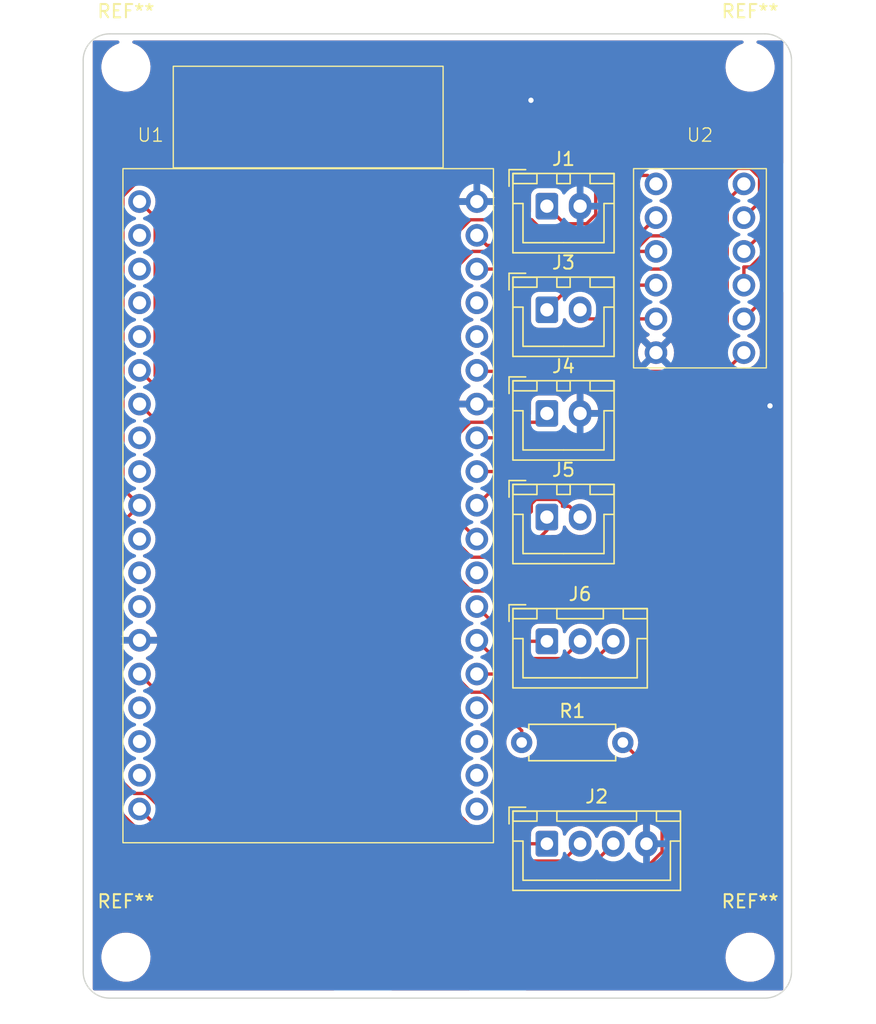
<source format=kicad_pcb>
(kicad_pcb (version 20221018) (generator pcbnew)
  (layers (0 "F.Cu" signal) (31 "B.Cu" signal) (34 "B.Paste" user) (35 "F.Paste" user) (36 "B.SilkS" user "B.Silkscreen") (37 "F.SilkS" user "F.Silkscreen") (38 "B.Mask" user) (39 "F.Mask" user) (44 "Edge.Cuts" user))
  (net 0 "")
  (net 1 "Net-(J1-Pin_1)")
  (net 2 "SCL")
  (net 3 "SDA")
  (net 4 "3.3V-1")
  (net 5 "Net-(J3-Pin_1)")
  (net 6 "Net-(J3-Pin_2)")
  (net 7 "Net-(J5-Pin_1)")
  (net 8 "Net-(J5-Pin_2)")
  (net 9 "Net-(U1-3V3)")
  (net 22 "+6V")
  (net 27 "3.3V-2")
  (net 28 "BIN2")
  (net 29 "BIN1")
  (net 30 "AIN2")
  (net 33 "AIN1")
  (net 34 "MODE")
  (net 35 "Net-(J4-Pin_1)")
  (net 36 "Net-(J6-Pin_1)")
  (net 37 "Net-(J6-Pin_2)")
  (net 38 "Net-(J6-Pin_3)")
  (net 40 "GND")
  (footprint "Connector_JST:JST_XH_B2B-XH-A_1x02_P2.50mm_Vertical" (layer "F.Cu") (at 179.7 92.07)
    (fp_text reference "J4" (at 1.25 -3.55) (layer "F.SilkS"))
    (fp_text value "Conn_01x02")
    (fp_line (start -2.85 -2.75) (end -2.85 -1.5) (stroke (width 0.12)) (layer "F.SilkS"))
    (fp_line (start -2.56 -2.46) (end -2.56 3.51) (stroke (width 0.12)) (layer "F.SilkS"))
    (fp_line (start -2.56 3.51) (end 5.06 3.51) (stroke (width 0.12)) (layer "F.SilkS"))
    (fp_line (start -2.55 -2.45) (end -2.55 -1.7) (stroke (width 0.12)) (layer "F.SilkS"))
    (fp_line (start -2.55 -1.7) (end -0.75 -1.7) (stroke (width 0.12)) (layer "F.SilkS"))
    (fp_line (start -2.55 -0.2) (end -1.8 -0.2) (stroke (width 0.12)) (layer "F.SilkS"))
    (fp_line (start -1.8 -0.2) (end -1.8 2.75) (stroke (width 0.12)) (layer "F.SilkS"))
    (fp_line (start -1.8 2.75) (end 1.25 2.75) (stroke (width 0.12)) (layer "F.SilkS"))
    (fp_line (start -1.6 -2.75) (end -2.85 -2.75) (stroke (width 0.12)) (layer "F.SilkS"))
    (fp_line (start -0.75 -2.45) (end -2.55 -2.45) (stroke (width 0.12)) (layer "F.SilkS"))
    (fp_line (start -0.75 -1.7) (end -0.75 -2.45) (stroke (width 0.12)) (layer "F.SilkS"))
    (fp_line (start 0.75 -2.45) (end 0.75 -1.7) (stroke (width 0.12)) (layer "F.SilkS"))
    (fp_line (start 0.75 -1.7) (end 1.75 -1.7) (stroke (width 0.12)) (layer "F.SilkS"))
    (fp_line (start 1.75 -2.45) (end 0.75 -2.45) (stroke (width 0.12)) (layer "F.SilkS"))
    (fp_line (start 1.75 -1.7) (end 1.75 -2.45) (stroke (width 0.12)) (layer "F.SilkS"))
    (fp_line (start 3.25 -2.45) (end 3.25 -1.7) (stroke (width 0.12)) (layer "F.SilkS"))
    (fp_line (start 3.25 -1.7) (end 5.05 -1.7) (stroke (width 0.12)) (layer "F.SilkS"))
    (fp_line (start 4.3 -0.2) (end 4.3 2.75) (stroke (width 0.12)) (layer "F.SilkS"))
    (fp_line (start 4.3 2.75) (end 1.25 2.75) (stroke (width 0.12)) (layer "F.SilkS"))
    (fp_line (start 5.05 -2.45) (end 3.25 -2.45) (stroke (width 0.12)) (layer "F.SilkS"))
    (fp_line (start 5.05 -1.7) (end 5.05 -2.45) (stroke (width 0.12)) (layer "F.SilkS"))
    (fp_line (start 5.05 -0.2) (end 4.3 -0.2) (stroke (width 0.12)) (layer "F.SilkS"))
    (fp_line (start 5.06 -2.46) (end -2.56 -2.46) (stroke (width 0.12)) (layer "F.SilkS"))
    (fp_line (start 5.06 3.51) (end 5.06 -2.46) (stroke (width 0.12)) (layer "F.SilkS"))
    (pad "1" thru_hole roundrect (at 0 0) (size 1.7 2) (drill 1) (layers "*.Cu" "*.Mask") (roundrect_rratio 0.147059) (net 35 "Net-(J4-Pin_1)"))
    (pad "2" thru_hole oval (at 2.5 0) (size 1.7 2) (drill 1) (layers "*.Cu" "*.Mask") (net 40 "GND"))
  )
  (footprint "Connector_JST:JST_XH_B2B-XH-A_1x02_P2.50mm_Vertical" (layer "F.Cu") (at 179.7 76.47)
    (fp_text reference "J1" (at 1.25 -3.55) (layer "F.SilkS"))
    (fp_text value "Conn_01x02")
    (fp_line (start -2.85 -2.75) (end -2.85 -1.5) (stroke (width 0.12)) (layer "F.SilkS"))
    (fp_line (start -2.56 -2.46) (end -2.56 3.51) (stroke (width 0.12)) (layer "F.SilkS"))
    (fp_line (start -2.56 3.51) (end 5.06 3.51) (stroke (width 0.12)) (layer "F.SilkS"))
    (fp_line (start -2.55 -2.45) (end -2.55 -1.7) (stroke (width 0.12)) (layer "F.SilkS"))
    (fp_line (start -2.55 -1.7) (end -0.75 -1.7) (stroke (width 0.12)) (layer "F.SilkS"))
    (fp_line (start -2.55 -0.2) (end -1.8 -0.2) (stroke (width 0.12)) (layer "F.SilkS"))
    (fp_line (start -1.8 -0.2) (end -1.8 2.75) (stroke (width 0.12)) (layer "F.SilkS"))
    (fp_line (start -1.8 2.75) (end 1.25 2.75) (stroke (width 0.12)) (layer "F.SilkS"))
    (fp_line (start -1.6 -2.75) (end -2.85 -2.75) (stroke (width 0.12)) (layer "F.SilkS"))
    (fp_line (start -0.75 -2.45) (end -2.55 -2.45) (stroke (width 0.12)) (layer "F.SilkS"))
    (fp_line (start -0.75 -1.7) (end -0.75 -2.45) (stroke (width 0.12)) (layer "F.SilkS"))
    (fp_line (start 0.75 -2.45) (end 0.75 -1.7) (stroke (width 0.12)) (layer "F.SilkS"))
    (fp_line (start 0.75 -1.7) (end 1.75 -1.7) (stroke (width 0.12)) (layer "F.SilkS"))
    (fp_line (start 1.75 -2.45) (end 0.75 -2.45) (stroke (width 0.12)) (layer "F.SilkS"))
    (fp_line (start 1.75 -1.7) (end 1.75 -2.45) (stroke (width 0.12)) (layer "F.SilkS"))
    (fp_line (start 3.25 -2.45) (end 3.25 -1.7) (stroke (width 0.12)) (layer "F.SilkS"))
    (fp_line (start 3.25 -1.7) (end 5.05 -1.7) (stroke (width 0.12)) (layer "F.SilkS"))
    (fp_line (start 4.3 -0.2) (end 4.3 2.75) (stroke (width 0.12)) (layer "F.SilkS"))
    (fp_line (start 4.3 2.75) (end 1.25 2.75) (stroke (width 0.12)) (layer "F.SilkS"))
    (fp_line (start 5.05 -2.45) (end 3.25 -2.45) (stroke (width 0.12)) (layer "F.SilkS"))
    (fp_line (start 5.05 -1.7) (end 5.05 -2.45) (stroke (width 0.12)) (layer "F.SilkS"))
    (fp_line (start 5.05 -0.2) (end 4.3 -0.2) (stroke (width 0.12)) (layer "F.SilkS"))
    (fp_line (start 5.06 -2.46) (end -2.56 -2.46) (stroke (width 0.12)) (layer "F.SilkS"))
    (fp_line (start 5.06 3.51) (end 5.06 -2.46) (stroke (width 0.12)) (layer "F.SilkS"))
    (pad "1" thru_hole roundrect (at 0 0) (size 1.7 2) (drill 1) (layers "*.Cu" "*.Mask") (roundrect_rratio 0.147059) (net 1 "Net-(J1-Pin_1)"))
    (pad "2" thru_hole oval (at 2.5 0) (size 1.7 2) (drill 1) (layers "*.Cu" "*.Mask") (net 40 "GND"))
  )
  (footprint "mori:ESP32" (layer "F.Cu") (at 161.725 121.845)
    (fp_text reference "U1" (at -11.865 -50.725 unlocked) (layer "F.SilkS") (effects (font (thickness 0.1))))
    (fp_text value "~")
    (fp_rect (start -13.95 -48.2) (end 13.95 2.54) (stroke (width 0.1)) (fill none) (layer "F.SilkS"))
    (fp_rect (start -10.16 -55.9054) (end 10.16 -48.26) (stroke (width 0.1)) (fill none) (layer "F.SilkS"))
    (pad "1" thru_hole oval (at -12.7 -45.72) (size 1.7 1.7) (drill 1) (layers "*.Cu" "*.Mask") (net 9 "Net-(U1-3V3)"))
    (pad "2" thru_hole oval (at -12.7 -43.18) (size 1.7 1.7) (drill 1) (layers "*.Cu" "*.Mask"))
    (pad "3" thru_hole oval (at -12.7 -40.64) (size 1.7 1.7) (drill 1) (layers "*.Cu" "*.Mask"))
    (pad "4" thru_hole oval (at -12.7 -38.1) (size 1.7 1.7) (drill 1) (layers "*.Cu" "*.Mask"))
    (pad "5" thru_hole oval (at -12.7 -35.56) (size 1.7 1.7) (drill 1) (layers "*.Cu" "*.Mask"))
    (pad "6" thru_hole oval (at -12.7 -33.02) (size 1.7 1.7) (drill 1) (layers "*.Cu" "*.Mask") (net 2 "SCL"))
    (pad "7" thru_hole oval (at -12.7 -30.48) (size 1.7 1.7) (drill 1) (layers "*.Cu" "*.Mask") (net 3 "SDA"))
    (pad "8" thru_hole oval (at -12.7 -27.94) (size 1.7 1.7) (drill 1) (layers "*.Cu" "*.Mask"))
    (pad "9" thru_hole oval (at -12.7 -25.4) (size 1.7 1.7) (drill 1) (layers "*.Cu" "*.Mask"))
    (pad "10" thru_hole oval (at -12.7 -22.86) (size 1.7 1.7) (drill 1) (layers "*.Cu" "*.Mask") (net 1 "Net-(J1-Pin_1)"))
    (pad "11" thru_hole oval (at -12.7 -20.32) (size 1.7 1.7) (drill 1) (layers "*.Cu" "*.Mask"))
    (pad "12" thru_hole oval (at -12.7 -17.78) (size 1.7 1.7) (drill 1) (layers "*.Cu" "*.Mask"))
    (pad "13" thru_hole oval (at -12.7 -15.24) (size 1.7 1.7) (drill 1) (layers "*.Cu" "*.Mask"))
    (pad "14" thru_hole oval (at -12.7 -12.7) (size 1.7 1.7) (drill 1) (layers "*.Cu" "*.Mask") (net 40 "GND"))
    (pad "15" thru_hole oval (at -12.7 -10.16) (size 1.7 1.7) (drill 1) (layers "*.Cu" "*.Mask") (net 4 "3.3V-1"))
    (pad "16" thru_hole oval (at -12.7 -7.62) (size 1.7 1.7) (drill 1) (layers "*.Cu" "*.Mask"))
    (pad "17" thru_hole oval (at -12.7 -5.08) (size 1.7 1.7) (drill 1) (layers "*.Cu" "*.Mask"))
    (pad "18" thru_hole oval (at -12.7 -2.54) (size 1.7 1.7) (drill 1) (layers "*.Cu" "*.Mask"))
    (pad "19" thru_hole oval (at -12.7 0) (size 1.7 1.7) (drill 1) (layers "*.Cu" "*.Mask") (net 22 "+6V"))
    (pad "20" thru_hole oval (at 12.7 0) (size 1.7 1.7) (drill 1) (layers "*.Cu" "*.Mask"))
    (pad "21" thru_hole oval (at 12.7 -2.54) (size 1.7 1.7) (drill 1) (layers "*.Cu" "*.Mask"))
    (pad "22" thru_hole oval (at 12.7 -5.08) (size 1.7 1.7) (drill 1) (layers "*.Cu" "*.Mask"))
    (pad "23" thru_hole oval (at 12.7 -7.62) (size 1.7 1.7) (drill 1) (layers "*.Cu" "*.Mask"))
    (pad "24" thru_hole oval (at 12.7 -10.16) (size 1.7 1.7) (drill 1) (layers "*.Cu" "*.Mask") (net 38 "Net-(J6-Pin_3)"))
    (pad "25" thru_hole oval (at 12.7 -12.7) (size 1.7 1.7) (drill 1) (layers "*.Cu" "*.Mask") (net 37 "Net-(J6-Pin_2)"))
    (pad "26" thru_hole oval (at 12.7 -15.24) (size 1.7 1.7) (drill 1) (layers "*.Cu" "*.Mask") (net 36 "Net-(J6-Pin_1)"))
    (pad "27" thru_hole oval (at 12.7 -17.78) (size 1.7 1.7) (drill 1) (layers "*.Cu" "*.Mask"))
    (pad "28" thru_hole oval (at 12.7 -20.32) (size 1.7 1.7) (drill 1) (layers "*.Cu" "*.Mask") (net 35 "Net-(J4-Pin_1)"))
    (pad "29" thru_hole oval (at 12.7 -22.86) (size 1.7 1.7) (drill 1) (layers "*.Cu" "*.Mask") (net 27 "3.3V-2"))
    (pad "30" thru_hole oval (at 12.7 -25.4) (size 1.7 1.7) (drill 1) (layers "*.Cu" "*.Mask") (net 28 "BIN2"))
    (pad "31" thru_hole oval (at 12.7 -27.94) (size 1.7 1.7) (drill 1) (layers "*.Cu" "*.Mask") (net 29 "BIN1"))
    (pad "32" thru_hole oval (at 12.7 -30.48) (size 1.7 1.7) (drill 1) (layers "*.Cu" "*.Mask") (net 40 "GND"))
    (pad "33" thru_hole oval (at 12.7 -33.02) (size 1.7 1.7) (drill 1) (layers "*.Cu" "*.Mask") (net 30 "AIN2"))
    (pad "34" thru_hole oval (at 12.7 -35.56) (size 1.7 1.7) (drill 1) (layers "*.Cu" "*.Mask"))
    (pad "35" thru_hole oval (at 12.7 -38.1) (size 1.7 1.7) (drill 1) (layers "*.Cu" "*.Mask"))
    (pad "36" thru_hole oval (at 12.7 -40.64) (size 1.7 1.7) (drill 1) (layers "*.Cu" "*.Mask") (net 33 "AIN1"))
    (pad "37" thru_hole oval (at 12.7 -43.18) (size 1.7 1.7) (drill 1) (layers "*.Cu" "*.Mask") (net 34 "MODE"))
    (pad "38" thru_hole oval (at 12.7 -45.72) (size 1.7 1.7) (drill 1) (layers "*.Cu" "*.Mask") (net 40 "GND"))
  )
  (footprint "Connector_JST:JST_XH_B2B-XH-A_1x02_P2.50mm_Vertical" (layer "F.Cu") (at 179.7 99.87)
    (fp_text reference "J5" (at 1.25 -3.55) (layer "F.SilkS"))
    (fp_text value "Conn_01x02")
    (fp_line (start -2.85 -2.75) (end -2.85 -1.5) (stroke (width 0.12)) (layer "F.SilkS"))
    (fp_line (start -2.56 -2.46) (end -2.56 3.51) (stroke (width 0.12)) (layer "F.SilkS"))
    (fp_line (start -2.56 3.51) (end 5.06 3.51) (stroke (width 0.12)) (layer "F.SilkS"))
    (fp_line (start -2.55 -2.45) (end -2.55 -1.7) (stroke (width 0.12)) (layer "F.SilkS"))
    (fp_line (start -2.55 -1.7) (end -0.75 -1.7) (stroke (width 0.12)) (layer "F.SilkS"))
    (fp_line (start -2.55 -0.2) (end -1.8 -0.2) (stroke (width 0.12)) (layer "F.SilkS"))
    (fp_line (start -1.8 -0.2) (end -1.8 2.75) (stroke (width 0.12)) (layer "F.SilkS"))
    (fp_line (start -1.8 2.75) (end 1.25 2.75) (stroke (width 0.12)) (layer "F.SilkS"))
    (fp_line (start -1.6 -2.75) (end -2.85 -2.75) (stroke (width 0.12)) (layer "F.SilkS"))
    (fp_line (start -0.75 -2.45) (end -2.55 -2.45) (stroke (width 0.12)) (layer "F.SilkS"))
    (fp_line (start -0.75 -1.7) (end -0.75 -2.45) (stroke (width 0.12)) (layer "F.SilkS"))
    (fp_line (start 0.75 -2.45) (end 0.75 -1.7) (stroke (width 0.12)) (layer "F.SilkS"))
    (fp_line (start 0.75 -1.7) (end 1.75 -1.7) (stroke (width 0.12)) (layer "F.SilkS"))
    (fp_line (start 1.75 -2.45) (end 0.75 -2.45) (stroke (width 0.12)) (layer "F.SilkS"))
    (fp_line (start 1.75 -1.7) (end 1.75 -2.45) (stroke (width 0.12)) (layer "F.SilkS"))
    (fp_line (start 3.25 -2.45) (end 3.25 -1.7) (stroke (width 0.12)) (layer "F.SilkS"))
    (fp_line (start 3.25 -1.7) (end 5.05 -1.7) (stroke (width 0.12)) (layer "F.SilkS"))
    (fp_line (start 4.3 -0.2) (end 4.3 2.75) (stroke (width 0.12)) (layer "F.SilkS"))
    (fp_line (start 4.3 2.75) (end 1.25 2.75) (stroke (width 0.12)) (layer "F.SilkS"))
    (fp_line (start 5.05 -2.45) (end 3.25 -2.45) (stroke (width 0.12)) (layer "F.SilkS"))
    (fp_line (start 5.05 -1.7) (end 5.05 -2.45) (stroke (width 0.12)) (layer "F.SilkS"))
    (fp_line (start 5.05 -0.2) (end 4.3 -0.2) (stroke (width 0.12)) (layer "F.SilkS"))
    (fp_line (start 5.06 -2.46) (end -2.56 -2.46) (stroke (width 0.12)) (layer "F.SilkS"))
    (fp_line (start 5.06 3.51) (end 5.06 -2.46) (stroke (width 0.12)) (layer "F.SilkS"))
    (pad "1" thru_hole roundrect (at 0 0) (size 1.7 2) (drill 1) (layers "*.Cu" "*.Mask") (roundrect_rratio 0.147059) (net 7 "Net-(J5-Pin_1)"))
    (pad "2" thru_hole oval (at 2.5 0) (size 1.7 2) (drill 1) (layers "*.Cu" "*.Mask") (net 8 "Net-(J5-Pin_2)"))
  )
  (footprint "MountingHole:MountingHole_3.2mm_M3" (layer "F.Cu") (at 195 66)
    (fp_text reference "REF**" (at 0 -4.2) (layer "F.SilkS"))
    (fp_text value "MountingHole_3.2mm_M3")
    (pad "" np_thru_hole circle (at 0 0) (size 3.2 3.2) (drill 3.2) (layers "F&B.Cu" "*.Mask"))
  )
  (footprint "Connector_JST:JST_XH_B2B-XH-A_1x02_P2.50mm_Vertical" (layer "F.Cu") (at 179.7 84.27)
    (fp_text reference "J3" (at 1.25 -3.55) (layer "F.SilkS"))
    (fp_text value "Conn_01x02" hide)
    (fp_line (start -2.85 -2.75) (end -2.85 -1.5) (stroke (width 0.12)) (layer "F.SilkS"))
    (fp_line (start -2.56 -2.46) (end -2.56 3.51) (stroke (width 0.12)) (layer "F.SilkS"))
    (fp_line (start -2.56 3.51) (end 5.06 3.51) (stroke (width 0.12)) (layer "F.SilkS"))
    (fp_line (start -2.55 -2.45) (end -2.55 -1.7) (stroke (width 0.12)) (layer "F.SilkS"))
    (fp_line (start -2.55 -1.7) (end -0.75 -1.7) (stroke (width 0.12)) (layer "F.SilkS"))
    (fp_line (start -2.55 -0.2) (end -1.8 -0.2) (stroke (width 0.12)) (layer "F.SilkS"))
    (fp_line (start -1.8 -0.2) (end -1.8 2.75) (stroke (width 0.12)) (layer "F.SilkS"))
    (fp_line (start -1.8 2.75) (end 1.25 2.75) (stroke (width 0.12)) (layer "F.SilkS"))
    (fp_line (start -1.6 -2.75) (end -2.85 -2.75) (stroke (width 0.12)) (layer "F.SilkS"))
    (fp_line (start -0.75 -2.45) (end -2.55 -2.45) (stroke (width 0.12)) (layer "F.SilkS"))
    (fp_line (start -0.75 -1.7) (end -0.75 -2.45) (stroke (width 0.12)) (layer "F.SilkS"))
    (fp_line (start 0.75 -2.45) (end 0.75 -1.7) (stroke (width 0.12)) (layer "F.SilkS"))
    (fp_line (start 0.75 -1.7) (end 1.75 -1.7) (stroke (width 0.12)) (layer "F.SilkS"))
    (fp_line (start 1.75 -2.45) (end 0.75 -2.45) (stroke (width 0.12)) (layer "F.SilkS"))
    (fp_line (start 1.75 -1.7) (end 1.75 -2.45) (stroke (width 0.12)) (layer "F.SilkS"))
    (fp_line (start 3.25 -2.45) (end 3.25 -1.7) (stroke (width 0.12)) (layer "F.SilkS"))
    (fp_line (start 3.25 -1.7) (end 5.05 -1.7) (stroke (width 0.12)) (layer "F.SilkS"))
    (fp_line (start 4.3 -0.2) (end 4.3 2.75) (stroke (width 0.12)) (layer "F.SilkS"))
    (fp_line (start 4.3 2.75) (end 1.25 2.75) (stroke (width 0.12)) (layer "F.SilkS"))
    (fp_line (start 5.05 -2.45) (end 3.25 -2.45) (stroke (width 0.12)) (layer "F.SilkS"))
    (fp_line (start 5.05 -1.7) (end 5.05 -2.45) (stroke (width 0.12)) (layer "F.SilkS"))
    (fp_line (start 5.05 -0.2) (end 4.3 -0.2) (stroke (width 0.12)) (layer "F.SilkS"))
    (fp_line (start 5.06 -2.46) (end -2.56 -2.46) (stroke (width 0.12)) (layer "F.SilkS"))
    (fp_line (start 5.06 3.51) (end 5.06 -2.46) (stroke (width 0.12)) (layer "F.SilkS"))
    (pad "1" thru_hole roundrect (at 0 0) (size 1.7 2) (drill 1) (layers "*.Cu" "*.Mask") (roundrect_rratio 0.147059) (net 5 "Net-(J3-Pin_1)"))
    (pad "2" thru_hole oval (at 2.5 0) (size 1.7 2) (drill 1) (layers "*.Cu" "*.Mask") (net 6 "Net-(J3-Pin_2)"))
  )
  (footprint "mori:DRV8835" (layer "F.Cu") (at 191.225 77.335)
    (fp_text reference "U2" (at 0 -6.215 unlocked) (layer "F.SilkS") (effects (font (thickness 0.1))))
    (fp_text value "DRV8835" hide)
    (fp_rect (start -5 11.31) (end 5 -3.69) (stroke (width 0.1)) (fill none) (layer "F.SilkS"))
    (pad "1" thru_hole circle (at -3.31 -2.54) (size 1.7 1.7) (drill 1) (layers "*.Cu" "*.Mask") (net 22 "+6V"))
    (pad "2" thru_hole circle (at -3.31 0) (size 1.7 1.7) (drill 1) (layers "*.Cu" "*.Mask") (net 7 "Net-(J5-Pin_1)"))
    (pad "3" thru_hole circle (at -3.31 2.54) (size 1.7 1.7) (drill 1) (layers "*.Cu" "*.Mask") (net 8 "Net-(J5-Pin_2)"))
    (pad "4" thru_hole circle (at -3.31 5.08) (size 1.7 1.7) (drill 1) (layers "*.Cu" "*.Mask") (net 5 "Net-(J3-Pin_1)"))
    (pad "5" thru_hole circle (at -3.31 7.62) (size 1.7 1.7) (drill 1) (layers "*.Cu" "*.Mask") (net 6 "Net-(J3-Pin_2)"))
    (pad "6" thru_hole circle (at -3.31 10.16) (size 1.7 1.7) (drill 1) (layers "*.Cu" "*.Mask") (net 40 "GND"))
    (pad "7" thru_hole circle (at 3.31 10.16) (size 1.7 1.7) (drill 1) (layers "*.Cu" "*.Mask") (net 27 "3.3V-2"))
    (pad "8" thru_hole circle (at 3.31 7.62) (size 1.7 1.7) (drill 1) (layers "*.Cu" "*.Mask") (net 34 "MODE"))
    (pad "9" thru_hole circle (at 3.31 5.08) (size 1.7 1.7) (drill 1) (layers "*.Cu" "*.Mask") (net 33 "AIN1"))
    (pad "10" thru_hole circle (at 3.31 2.54) (size 1.7 1.7) (drill 1) (layers "*.Cu" "*.Mask") (net 30 "AIN2"))
    (pad "11" thru_hole circle (at 3.31 0) (size 1.7 1.7) (drill 1) (layers "*.Cu" "*.Mask") (net 29 "BIN1"))
    (pad "12" thru_hole circle (at 3.31 -2.54) (size 1.7 1.7) (drill 1) (layers "*.Cu" "*.Mask") (net 28 "BIN2"))
  )
  (footprint "Connector_JST:JST_XH_B4B-XH-A_1x04_P2.50mm_Vertical" (layer "F.Cu") (at 179.7 124.46)
    (fp_text reference "J2" (at 3.75 -3.55) (layer "F.SilkS"))
    (fp_text value "Conn_01x04")
    (fp_line (start -2.85 -2.75) (end -2.85 -1.5) (stroke (width 0.12)) (layer "F.SilkS"))
    (fp_line (start -2.56 -2.46) (end -2.56 3.51) (stroke (width 0.12)) (layer "F.SilkS"))
    (fp_line (start -2.56 3.51) (end 10.06 3.51) (stroke (width 0.12)) (layer "F.SilkS"))
    (fp_line (start -2.55 -2.45) (end -2.55 -1.7) (stroke (width 0.12)) (layer "F.SilkS"))
    (fp_line (start -2.55 -1.7) (end -0.75 -1.7) (stroke (width 0.12)) (layer "F.SilkS"))
    (fp_line (start -2.55 -0.2) (end -1.8 -0.2) (stroke (width 0.12)) (layer "F.SilkS"))
    (fp_line (start -1.8 -0.2) (end -1.8 2.75) (stroke (width 0.12)) (layer "F.SilkS"))
    (fp_line (start -1.8 2.75) (end 3.75 2.75) (stroke (width 0.12)) (layer "F.SilkS"))
    (fp_line (start -1.6 -2.75) (end -2.85 -2.75) (stroke (width 0.12)) (layer "F.SilkS"))
    (fp_line (start -0.75 -2.45) (end -2.55 -2.45) (stroke (width 0.12)) (layer "F.SilkS"))
    (fp_line (start -0.75 -1.7) (end -0.75 -2.45) (stroke (width 0.12)) (layer "F.SilkS"))
    (fp_line (start 0.75 -2.45) (end 0.75 -1.7) (stroke (width 0.12)) (layer "F.SilkS"))
    (fp_line (start 0.75 -1.7) (end 6.75 -1.7) (stroke (width 0.12)) (layer "F.SilkS"))
    (fp_line (start 6.75 -2.45) (end 0.75 -2.45) (stroke (width 0.12)) (layer "F.SilkS"))
    (fp_line (start 6.75 -1.7) (end 6.75 -2.45) (stroke (width 0.12)) (layer "F.SilkS"))
    (fp_line (start 8.25 -2.45) (end 8.25 -1.7) (stroke (width 0.12)) (layer "F.SilkS"))
    (fp_line (start 8.25 -1.7) (end 10.05 -1.7) (stroke (width 0.12)) (layer "F.SilkS"))
    (fp_line (start 9.3 -0.2) (end 9.3 2.75) (stroke (width 0.12)) (layer "F.SilkS"))
    (fp_line (start 9.3 2.75) (end 3.75 2.75) (stroke (width 0.12)) (layer "F.SilkS"))
    (fp_line (start 10.05 -2.45) (end 8.25 -2.45) (stroke (width 0.12)) (layer "F.SilkS"))
    (fp_line (start 10.05 -1.7) (end 10.05 -2.45) (stroke (width 0.12)) (layer "F.SilkS"))
    (fp_line (start 10.05 -0.2) (end 9.3 -0.2) (stroke (width 0.12)) (layer "F.SilkS"))
    (fp_line (start 10.06 -2.46) (end -2.56 -2.46) (stroke (width 0.12)) (layer "F.SilkS"))
    (fp_line (start 10.06 3.51) (end 10.06 -2.46) (stroke (width 0.12)) (layer "F.SilkS"))
    (pad "1" thru_hole roundrect (at 0 0) (size 1.7 1.95) (drill 0.95) (layers "*.Cu" "*.Mask") (roundrect_rratio 0.147059) (net 2 "SCL"))
    (pad "2" thru_hole oval (at 2.5 0) (size 1.7 1.95) (drill 0.95) (layers "*.Cu" "*.Mask") (net 3 "SDA"))
    (pad "3" thru_hole oval (at 5 0) (size 1.7 1.95) (drill 0.95) (layers "*.Cu" "*.Mask") (net 4 "3.3V-1"))
    (pad "4" thru_hole oval (at 7.5 0) (size 1.7 1.95) (drill 0.95) (layers "*.Cu" "*.Mask") (net 40 "GND"))
  )
  (footprint "Connector_JST:JST_XH_B3B-XH-A_1x03_P2.50mm_Vertical" (layer "F.Cu") (at 179.7 109.22)
    (fp_text reference "J6" (at 2.5 -3.55) (layer "F.SilkS"))
    (fp_text value "Conn_01x03")
    (fp_line (start -2.85 -2.75) (end -2.85 -1.5) (stroke (width 0.12)) (layer "F.SilkS"))
    (fp_line (start -2.56 -2.46) (end -2.56 3.51) (stroke (width 0.12)) (layer "F.SilkS"))
    (fp_line (start -2.56 3.51) (end 7.56 3.51) (stroke (width 0.12)) (layer "F.SilkS"))
    (fp_line (start -2.55 -2.45) (end -2.55 -1.7) (stroke (width 0.12)) (layer "F.SilkS"))
    (fp_line (start -2.55 -1.7) (end -0.75 -1.7) (stroke (width 0.12)) (layer "F.SilkS"))
    (fp_line (start -2.55 -0.2) (end -1.8 -0.2) (stroke (width 0.12)) (layer "F.SilkS"))
    (fp_line (start -1.8 -0.2) (end -1.8 2.75) (stroke (width 0.12)) (layer "F.SilkS"))
    (fp_line (start -1.8 2.75) (end 2.5 2.75) (stroke (width 0.12)) (layer "F.SilkS"))
    (fp_line (start -1.6 -2.75) (end -2.85 -2.75) (stroke (width 0.12)) (layer "F.SilkS"))
    (fp_line (start -0.75 -2.45) (end -2.55 -2.45) (stroke (width 0.12)) (layer "F.SilkS"))
    (fp_line (start -0.75 -1.7) (end -0.75 -2.45) (stroke (width 0.12)) (layer "F.SilkS"))
    (fp_line (start 0.75 -2.45) (end 0.75 -1.7) (stroke (width 0.12)) (layer "F.SilkS"))
    (fp_line (start 0.75 -1.7) (end 4.25 -1.7) (stroke (width 0.12)) (layer "F.SilkS"))
    (fp_line (start 4.25 -2.45) (end 0.75 -2.45) (stroke (width 0.12)) (layer "F.SilkS"))
    (fp_line (start 4.25 -1.7) (end 4.25 -2.45) (stroke (width 0.12)) (layer "F.SilkS"))
    (fp_line (start 5.75 -2.45) (end 5.75 -1.7) (stroke (width 0.12)) (layer "F.SilkS"))
    (fp_line (start 5.75 -1.7) (end 7.55 -1.7) (stroke (width 0.12)) (layer "F.SilkS"))
    (fp_line (start 6.8 -0.2) (end 6.8 2.75) (stroke (width 0.12)) (layer "F.SilkS"))
    (fp_line (start 6.8 2.75) (end 2.5 2.75) (stroke (width 0.12)) (layer "F.SilkS"))
    (fp_line (start 7.55 -2.45) (end 5.75 -2.45) (stroke (width 0.12)) (layer "F.SilkS"))
    (fp_line (start 7.55 -1.7) (end 7.55 -2.45) (stroke (width 0.12)) (layer "F.SilkS"))
    (fp_line (start 7.55 -0.2) (end 6.8 -0.2) (stroke (width 0.12)) (layer "F.SilkS"))
    (fp_line (start 7.56 -2.46) (end -2.56 -2.46) (stroke (width 0.12)) (layer "F.SilkS"))
    (fp_line (start 7.56 3.51) (end 7.56 -2.46) (stroke (width 0.12)) (layer "F.SilkS"))
    (pad "1" thru_hole roundrect (at 0 0) (size 1.7 1.95) (drill 0.95) (layers "*.Cu" "*.Mask") (roundrect_rratio 0.147059) (net 36 "Net-(J6-Pin_1)"))
    (pad "2" thru_hole oval (at 2.5 0) (size 1.7 1.95) (drill 0.95) (layers "*.Cu" "*.Mask") (net 37 "Net-(J6-Pin_2)"))
    (pad "3" thru_hole oval (at 5 0) (size 1.7 1.95) (drill 0.95) (layers "*.Cu" "*.Mask") (net 38 "Net-(J6-Pin_3)"))
  )
  (footprint "MountingHole:MountingHole_3.2mm_M3" (layer "F.Cu") (at 148 133)
    (fp_text reference "REF**" (at 0 -4.2) (layer "F.SilkS"))
    (fp_text value "MountingHole_3.2mm_M3")
    (pad "" np_thru_hole circle (at 0 0) (size 3.2 3.2) (drill 3.2) (layers "F&B.Cu" "*.Mask"))
  )
  (footprint "MountingHole:MountingHole_3.2mm_M3" (layer "F.Cu") (at 195 133)
    (fp_text reference "REF**" (at 0 -4.2) (layer "F.SilkS"))
    (fp_text value "MountingHole_3.2mm_M3")
    (pad "" np_thru_hole circle (at 0 0) (size 3.2 3.2) (drill 3.2) (layers "F&B.Cu" "*.Mask"))
  )
  (footprint "Resistor_THT:R_Axial_DIN0207_L6.3mm_D2.5mm_P7.62mm_Horizontal" (layer "F.Cu") (at 177.8 116.84)
    (fp_text reference "R1" (at 3.81 -2.37) (layer "F.SilkS"))
    (fp_text value "10k")
    (fp_line (start 0.54 -1.37) (end 7.08 -1.37) (stroke (width 0.12)) (layer "F.SilkS"))
    (fp_line (start 0.54 -1.04) (end 0.54 -1.37) (stroke (width 0.12)) (layer "F.SilkS"))
    (fp_line (start 0.54 1.04) (end 0.54 1.37) (stroke (width 0.12)) (layer "F.SilkS"))
    (fp_line (start 0.54 1.37) (end 7.08 1.37) (stroke (width 0.12)) (layer "F.SilkS"))
    (fp_line (start 7.08 -1.37) (end 7.08 -1.04) (stroke (width 0.12)) (layer "F.SilkS"))
    (fp_line (start 7.08 1.37) (end 7.08 1.04) (stroke (width 0.12)) (layer "F.SilkS"))
    (pad "1" thru_hole circle (at 0 0) (size 1.6 1.6) (drill 0.8) (layers "*.Cu" "*.Mask") (net 9 "Net-(U1-3V3)"))
    (pad "2" thru_hole oval (at 7.62 0) (size 1.6 1.6) (drill 0.8) (layers "*.Cu" "*.Mask") (net 1 "Net-(J1-Pin_1)"))
  )
  (footprint "MountingHole:MountingHole_3.2mm_M3" (layer "F.Cu") (at 148 66)
    (fp_text reference "REF**" (at 0 -4.2) (layer "F.SilkS"))
    (fp_text value "MountingHole_3.2mm_M3")
    (pad "" np_thru_hole circle (at 0 0) (size 3.2 3.2) (drill 3.2) (layers "*.Cu" "*.Mask"))
  )
  (gr_arc (start 144.78 65.5) (mid 145.365786 64.085786) (end 146.78 63.5) (stroke (width 0.1)) (layer "Edge.Cuts"))
  (gr_arc (start 198.12 134.08) (mid 197.534214 135.494214) (end 196.12 136.08) (stroke (width 0.1)) (layer "Edge.Cuts"))
  (gr_line (start 196.12 136.08) (end 146.78 136.08) (stroke (width 0.1)) (layer "Edge.Cuts"))
  (gr_arc (start 196.12 63.5) (mid 197.534214 64.085786) (end 198.12 65.5) (stroke (width 0.1)) (layer "Edge.Cuts"))
  (gr_line (start 144.78 134.08) (end 144.78 65.5) (stroke (width 0.1)) (layer "Edge.Cuts"))
  (gr_line (start 146.78 63.5) (end 196.12 63.5) (stroke (width 0.1)) (layer "Edge.Cuts"))
  (gr_arc (start 146.78 136.08) (mid 145.365786 135.494214) (end 144.78 134.08) (stroke (width 0.1)) (layer "Edge.Cuts"))
  (gr_line (start 198.12 65.5) (end 198.12 134.08) (stroke (width 0.1)) (layer "Edge.Cuts"))
  (segment (start 188.375 119.795) (end 188.375 125.071261) (width 0.25) (layer "F.Cu") (net 1))
  (segment (start 147.77 97.73) (end 149.025 98.985) (width 0.25) (layer "F.Cu") (net 1))
  (segment (start 147.77 75.719946) (end 147.77 97.73) (width 0.25) (layer "F.Cu") (net 1))
  (segment (start 148.884946 74.605) (end 147.77 75.719946) (width 0.25) (layer "F.Cu") (net 1))
  (segment (start 182.687508 77.793753) (end 183.375 77.106261) (width 0.25) (layer "F.Cu") (net 1))
  (segment (start 155.950054 127.11) (end 149.51471 120.674656) (width 0.25) (layer "F.Cu") (net 1))
  (segment (start 179.7 76.47) (end 181.023753 77.793753) (width 0.25) (layer "F.Cu") (net 1))
  (segment (start 149.51471 120.674656) (end 148.614656 120.674656) (width 0.25) (layer "F.Cu") (net 1))
  (segment (start 188.375 125.071261) (end 186.336261 127.11) (width 0.25) (layer "F.Cu") (net 1))
  (segment (start 147.4 119.46) (end 147.4 100.61) (width 0.25) (layer "F.Cu") (net 1))
  (segment (start 147.4 100.61) (end 149.025 98.985) (width 0.25) (layer "F.Cu") (net 1))
  (segment (start 185.42 116.84) (end 188.375 119.795) (width 0.25) (layer "F.Cu") (net 1))
  (segment (start 181.023753 77.793753) (end 182.687508 77.793753) (width 0.25) (layer "F.Cu") (net 1))
  (segment (start 183.375 74.605) (end 148.884946 74.605) (width 0.25) (layer "F.Cu") (net 1))
  (segment (start 148.614656 120.674656) (end 147.4 119.46) (width 0.25) (layer "F.Cu") (net 1))
  (segment (start 183.375 77.106261) (end 183.375 74.605) (width 0.25) (layer "F.Cu") (net 1))
  (segment (start 186.336261 127.11) (end 155.950054 127.11) (width 0.25) (layer "F.Cu") (net 1))
  (segment (start 179.7 124.46) (end 175.26 124.46) (width 0.25) (layer "F.Cu") (net 2))
  (segment (start 160.02 99.82) (end 149.025 88.825) (width 0.25) (layer "F.Cu") (net 2))
  (segment (start 160.02 109.22) (end 160.02 99.82) (width 0.25) (layer "F.Cu") (net 2))
  (segment (start 175.26 124.46) (end 160.02 109.22) (width 0.25) (layer "F.Cu") (net 2))
  (segment (start 182.2 124.46) (end 180.9 125.76) (width 0.25) (layer "F.Cu") (net 3))
  (segment (start 159.57 110.97) (end 159.57 101.91) (width 0.25) (layer "F.Cu") (net 3))
  (segment (start 180.9 125.76) (end 174.36 125.76) (width 0.25) (layer "F.Cu") (net 3))
  (segment (start 174.36 125.76) (end 159.57 110.97) (width 0.25) (layer "F.Cu") (net 3))
  (segment (start 159.57 101.91) (end 149.025 91.365) (width 0.25) (layer "F.Cu") (net 3))
  (segment (start 184.7 124.46) (end 182.95 126.21) (width 0.25) (layer "F.Cu") (net 4))
  (segment (start 182.95 126.21) (end 163.55 126.21) (width 0.25) (layer "F.Cu") (net 4))
  (segment (start 163.55 126.21) (end 149.025 111.685) (width 0.25) (layer "F.Cu") (net 4))
  (segment (start 181.555 82.415) (end 187.915 82.415) (width 0.25) (layer "F.Cu") (net 5))
  (segment (start 179.7 84.27) (end 181.555 82.415) (width 0.25) (layer "F.Cu") (net 5))
  (segment (start 182.885 84.955) (end 187.915 84.955) (width 0.25) (layer "F.Cu") (net 6))
  (segment (start 182.2 84.27) (end 182.885 84.955) (width 0.25) (layer "F.Cu") (net 6))
  (segment (start 179.7 100.87) (end 175.135344 105.434656) (width 0.25) (layer "F.Cu") (net 7))
  (segment (start 173.93529 77.494656) (end 178.561482 77.494656) (width 0.25) (layer "F.Cu") (net 7))
  (segment (start 174.014656 105.434656) (end 169.73 101.15) (width 0.25) (layer "F.Cu") (net 7))
  (segment (start 178.561482 77.494656) (end 180.041826 78.975) (width 0.25) (layer "F.Cu") (net 7))
  (segment (start 186.275 78.975) (end 187.915 77.335) (width 0.25) (layer "F.Cu") (net 7))
  (segment (start 169.73 81.699946) (end 173.93529 77.494656) (width 0.25) (layer "F.Cu") (net 7))
  (segment (start 180.041826 78.975) (end 186.275 78.975) (width 0.25) (layer "F.Cu") (net 7))
  (segment (start 169.73 101.15) (end 169.73 81.699946) (width 0.25) (layer "F.Cu") (net 7))
  (segment (start 179.7 99.87) (end 179.7 100.87) (width 0.25) (layer "F.Cu") (net 7))
  (segment (start 175.135344 105.434656) (end 174.014656 105.434656) (width 0.25) (layer "F.Cu") (net 7))
  (segment (start 170.18 83.789946) (end 174.094946 79.875) (width 0.25) (layer "F.Cu") (net 8))
  (segment (start 180.875 98.881826) (end 180.538174 98.545) (width 0.25) (layer "F.Cu") (net 8))
  (segment (start 170.18 99.06) (end 174.014656 102.894656) (width 0.25) (layer "F.Cu") (net 8))
  (segment (start 170.18 99.06) (end 170.18 83.789946) (width 0.25) (layer "F.Cu") (net 8))
  (segment (start 178.525 98.881826) (end 178.525 99.452514) (width 0.25) (layer "F.Cu") (net 8))
  (segment (start 174.094946 79.875) (end 187.915 79.875) (width 0.25) (layer "F.Cu") (net 8))
  (segment (start 174.014656 102.894656) (end 175.082858 102.894656) (width 0.25) (layer "F.Cu") (net 8))
  (segment (start 180.538174 98.545) (end 178.861826 98.545) (width 0.25) (layer "F.Cu") (net 8))
  (segment (start 182.2 99.87) (end 181.39 99.06) (width 0.25) (layer "F.Cu") (net 8))
  (segment (start 181.39 99.06) (end 180.875 99.06) (width 0.25) (layer "F.Cu") (net 8))
  (segment (start 178.861826 98.545) (end 178.525 98.881826) (width 0.25) (layer "F.Cu") (net 8))
  (segment (start 175.082858 102.894656) (end 178.525 99.452514) (width 0.25) (layer "F.Cu") (net 8))
  (segment (start 180.875 99.06) (end 180.875 98.881826) (width 0.25) (layer "F.Cu") (net 8))
  (segment (start 150.2 77.3) (end 149.025 76.125) (width 0.25) (layer "F.Cu") (net 9))
  (segment (start 174.014656 113.054656) (end 150.2 89.24) (width 0.25) (layer "F.Cu") (net 9))
  (segment (start 174.91471 113.054656) (end 174.014656 113.054656) (width 0.25) (layer "F.Cu") (net 9))
  (segment (start 150.2 89.24) (end 150.2 77.3) (width 0.25) (layer "F.Cu") (net 9))
  (segment (start 177.8 116.84) (end 177.8 115.939946) (width 0.25) (layer "F.Cu") (net 9))
  (segment (start 177.8 115.939946) (end 174.91471 113.054656) (width 0.25) (layer "F.Cu") (net 9))
  (segment (start 146.95 75.90355) (end 146.95 121.45) (width 0.25) (layer "F.Cu") (net 22))
  (segment (start 158.5 133) (end 160.18 133) (width 0.25) (layer "F.Cu") (net 22))
  (segment (start 160.18 133) (end 160.1 132.92) (width 0.25) (layer "F.Cu") (net 22))
  (segment (start 187.275 74.155) (end 148.69855 74.155) (width 0.25) (layer "F.Cu") (net 22))
  (segment (start 160.18 133) (end 149.025 121.845) (width 0.25) (layer "F.Cu") (net 22))
  (segment (start 165.84 133) (end 160.18 133) (width 0.25) (layer "F.Cu") (net 22))
  (segment (start 148.69855 74.155) (end 146.95 75.90355) (width 0.25) (layer "F.Cu") (net 22))
  (segment (start 187.915 74.795) (end 187.275 74.155) (width 0.25) (layer "F.Cu") (net 22))
  (segment (start 146.95 121.45) (end 158.5 133) (width 0.25) (layer "F.Cu") (net 22))
  (segment (start 188.596396 91.44) (end 183.141396 96.895) (width 0.25) (layer "F.Cu") (net 27))
  (segment (start 176.515 96.895) (end 174.425 98.985) (width 0.25) (layer "F.Cu") (net 27))
  (segment (start 183.141396 96.895) (end 176.515 96.895) (width 0.25) (layer "F.Cu") (net 27))
  (segment (start 194.535 87.495) (end 190.59 91.44) (width 0.25) (layer "F.Cu") (net 27))
  (segment (start 190.59 91.44) (end 188.596396 91.44) (width 0.25) (layer "F.Cu") (net 27))
  (segment (start 193.274656 76.055344) (end 193.274656 86.125344) (width 0.25) (layer "F.Cu") (net 28))
  (segment (start 193.274656 86.125344) (end 182.955 96.445) (width 0.25) (layer "F.Cu") (net 28))
  (segment (start 182.955 96.445) (end 174.425 96.445) (width 0.25) (layer "F.Cu") (net 28))
  (segment (start 194.535 74.795) (end 193.274656 76.055344) (width 0.25) (layer "F.Cu") (net 28))
  (segment (start 195.71 76.16) (end 195.71 74.309946) (width 0.25) (layer "F.Cu") (net 29))
  (segment (start 184.858604 93.905) (end 174.425 93.905) (width 0.25) (layer "F.Cu") (net 29))
  (segment (start 194.535 77.335) (end 195.71 76.16) (width 0.25) (layer "F.Cu") (net 29))
  (segment (start 194.04529 73.624656) (end 192.824656 74.84529) (width 0.25) (layer "F.Cu") (net 29))
  (segment (start 192.824656 74.84529) (end 192.824656 85.938948) (width 0.25) (layer "F.Cu") (net 29))
  (segment (start 195.02471 73.624656) (end 194.04529 73.624656) (width 0.25) (layer "F.Cu") (net 29))
  (segment (start 192.824656 85.938948) (end 184.858604 93.905) (width 0.25) (layer "F.Cu") (net 29))
  (segment (start 195.71 74.309946) (end 195.02471 73.624656) (width 0.25) (layer "F.Cu") (net 29))
  (segment (start 195.211106 73.174656) (end 193.525344 73.174656) (width 0.25) (layer "F.Cu") (net 30))
  (segment (start 193.525344 73.174656) (end 192.374656 74.325344) (width 0.25) (layer "F.Cu") (net 30))
  (segment (start 192.374656 74.325344) (end 192.374656 85.752552) (width 0.25) (layer "F.Cu") (net 30))
  (segment (start 196.16 78.25) (end 196.16 74.12355) (width 0.25) (layer "F.Cu") (net 30))
  (segment (start 174.5 88.9) (end 174.425 88.825) (width 0.25) (layer "F.Cu") (net 30))
  (segment (start 194.535 79.875) (end 196.16 78.25) (width 0.25) (layer "F.Cu") (net 30))
  (segment (start 189.227208 88.9) (end 174.5 88.9) (width 0.25) (layer "F.Cu") (net 30))
  (segment (start 196.16 74.12355) (end 195.211106 73.174656) (width 0.25) (layer "F.Cu") (net 30))
  (segment (start 192.374656 85.752552) (end 189.227208 88.9) (width 0.25) (layer "F.Cu") (net 30))
  (segment (start 194.535 82.415) (end 194.535 81.045344) (width 0.25) (layer "F.Cu") (net 33))
  (segment (start 195.397502 72.724656) (end 192.702552 72.724656) (width 0.25) (layer "F.Cu") (net 33))
  (segment (start 191.37 80.41) (end 190.575 81.205) (width 0.25) (layer "F.Cu") (net 33))
  (segment (start 192.702552 72.724656) (end 191.37 74.057208) (width 0.25) (layer "F.Cu") (net 33))
  (segment (start 190.575 81.205) (end 174.425 81.205) (width 0.25) (layer "F.Cu") (net 33))
  (segment (start 191.37 74.057208) (end 191.37 80.41) (width 0.25) (layer "F.Cu") (net 33))
  (segment (start 195.02471 81.045344) (end 196.61 79.460054) (width 0.25) (layer "F.Cu") (net 33))
  (segment (start 194.535 81.045344) (end 195.02471 81.045344) (width 0.25) (layer "F.Cu") (net 33))
  (segment (start 196.61 79.460054) (end 196.61 73.937154) (width 0.25) (layer "F.Cu") (net 33))
  (segment (start 196.61 73.937154) (end 195.397502 72.724656) (width 0.25) (layer "F.Cu") (net 33))
  (segment (start 175.185 79.425) (end 174.425 78.665) (width 0.25) (layer "F.Cu") (net 34))
  (segment (start 186.704946 79.425) (end 175.185 79.425) (width 0.25) (layer "F.Cu") (net 34))
  (segment (start 187.42529 78.704656) (end 186.704946 79.425) (width 0.25) (layer "F.Cu") (net 34))
  (segment (start 192.516156 72.274656) (end 190.92 73.870812) (width 0.25) (layer "F.Cu") (net 34))
  (segment (start 197.06 82.43) (end 197.06 73.750758) (width 0.25) (layer "F.Cu") (net 34))
  (segment (start 197.06 73.750758) (end 195.583898 72.274656) (width 0.25) (layer "F.Cu") (net 34))
  (segment (start 188.440054 78.74) (end 188.40471 78.704656) (width 0.25) (layer "F.Cu") (net 34))
  (segment (start 190.92 73.870812) (end 190.92 78.74) (width 0.25) (layer "F.Cu") (net 34))
  (segment (start 194.535 84.955) (end 197.06 82.43) (width 0.25) (layer "F.Cu") (net 34))
  (segment (start 190.92 78.74) (end 188.440054 78.74) (width 0.25) (layer "F.Cu") (net 34))
  (segment (start 188.40471 78.704656) (end 187.42529 78.704656) (width 0.25) (layer "F.Cu") (net 34))
  (segment (start 195.583898 72.274656) (end 192.516156 72.274656) (width 0.25) (layer "F.Cu") (net 34))
  (segment (start 179.035344 92.734656) (end 173.93529 92.734656) (width 0.25) (layer "F.Cu") (net 35))
  (segment (start 173.93529 92.734656) (end 173.038198 93.631748) (width 0.25) (layer "F.Cu") (net 35))
  (segment (start 173.038198 93.631748) (end 173.038198 100.138198) (width 0.25) (layer "F.Cu") (net 35))
  (segment (start 179.7 92.07) (end 179.035344 92.734656) (width 0.25) (layer "F.Cu") (net 35))
  (segment (start 173.038198 100.138198) (end 174.425 101.525) (width 0.25) (layer "F.Cu") (net 35))
  (segment (start 177.04 109.22) (end 174.425 106.605) (width 0.25) (layer "F.Cu") (net 36))
  (segment (start 179.7 109.22) (end 177.04 109.22) (width 0.25) (layer "F.Cu") (net 36))
  (segment (start 175.8 110.52) (end 174.425 109.145) (width 0.25) (layer "F.Cu") (net 37))
  (segment (start 182.2 109.22) (end 180.9 110.52) (width 0.25) (layer "F.Cu") (net 37))
  (segment (start 180.9 110.52) (end 175.8 110.52) (width 0.25) (layer "F.Cu") (net 37))
  (segment (start 184.7 109.22) (end 182.235 111.685) (width 0.25) (layer "F.Cu") (net 38))
  (segment (start 182.235 111.685) (end 174.425 111.685) (width 0.25) (layer "F.Cu") (net 38))
  (segment (start 187.2 124.46) (end 187.925 124.46) (width 0.25) (layer "F.Cu") (net 40))
  (via (at 178.5 68.5) (size 0.8) (drill 0.4) (layers "F.Cu" "B.Cu") (net 40))
  (via (at 196.5 91.5) (size 0.8) (drill 0.4) (layers "F.Cu" "B.Cu") (net 40))
  (zone (net 40) (net_name "GND") (layers "F&B.Cu") (connect_pads (clearance 0.35)) (min_thickness 0.245) (fill yes (thermal_gap 0.508) (thermal_bridge_width 0.508))
    (polygon (pts (xy 197.5 64) (xy 197.5 135.5) (xy 145.5 135.5) (xy 145.5 64) (xy 163.5 64)))
  )
)
</source>
